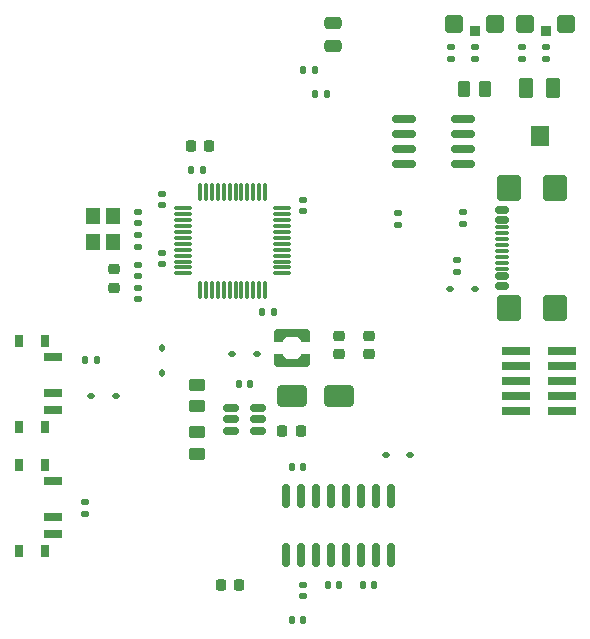
<source format=gbr>
%TF.GenerationSoftware,KiCad,Pcbnew,8.0.8*%
%TF.CreationDate,2025-04-04T12:34:17+02:00*%
%TF.ProjectId,reader_production,72656164-6572-45f7-9072-6f6475637469,rev?*%
%TF.SameCoordinates,Original*%
%TF.FileFunction,Paste,Top*%
%TF.FilePolarity,Positive*%
%FSLAX46Y46*%
G04 Gerber Fmt 4.6, Leading zero omitted, Abs format (unit mm)*
G04 Created by KiCad (PCBNEW 8.0.8) date 2025-04-04 12:34:17*
%MOMM*%
%LPD*%
G01*
G04 APERTURE LIST*
G04 Aperture macros list*
%AMRoundRect*
0 Rectangle with rounded corners*
0 $1 Rounding radius*
0 $2 $3 $4 $5 $6 $7 $8 $9 X,Y pos of 4 corners*
0 Add a 4 corners polygon primitive as box body*
4,1,4,$2,$3,$4,$5,$6,$7,$8,$9,$2,$3,0*
0 Add four circle primitives for the rounded corners*
1,1,$1+$1,$2,$3*
1,1,$1+$1,$4,$5*
1,1,$1+$1,$6,$7*
1,1,$1+$1,$8,$9*
0 Add four rect primitives between the rounded corners*
20,1,$1+$1,$2,$3,$4,$5,0*
20,1,$1+$1,$4,$5,$6,$7,0*
20,1,$1+$1,$6,$7,$8,$9,0*
20,1,$1+$1,$8,$9,$2,$3,0*%
%AMFreePoly0*
4,1,11,0.760000,0.825000,0.380000,0.510000,0.380000,-0.510000,0.760000,-0.825000,0.760000,-1.525000,-0.125000,-1.525000,-0.380000,-1.270000,-0.380000,1.270000,-0.125000,1.525000,0.760000,1.525000,0.760000,0.825000,0.760000,0.825000,$1*%
G04 Aperture macros list end*
%ADD10RoundRect,0.140000X-0.140000X-0.170000X0.140000X-0.170000X0.140000X0.170000X-0.140000X0.170000X0*%
%ADD11RoundRect,0.250000X-0.500000X-0.500000X0.500000X-0.500000X0.500000X0.500000X-0.500000X0.500000X0*%
%ADD12RoundRect,0.225000X-0.225000X-0.225000X0.225000X-0.225000X0.225000X0.225000X-0.225000X0.225000X0*%
%ADD13RoundRect,0.225000X-0.225000X-0.250000X0.225000X-0.250000X0.225000X0.250000X-0.225000X0.250000X0*%
%ADD14RoundRect,0.135000X0.185000X-0.135000X0.185000X0.135000X-0.185000X0.135000X-0.185000X-0.135000X0*%
%ADD15RoundRect,0.250000X-0.450000X0.262500X-0.450000X-0.262500X0.450000X-0.262500X0.450000X0.262500X0*%
%ADD16RoundRect,0.140000X0.170000X-0.140000X0.170000X0.140000X-0.170000X0.140000X-0.170000X-0.140000X0*%
%ADD17RoundRect,0.112500X-0.187500X-0.112500X0.187500X-0.112500X0.187500X0.112500X-0.187500X0.112500X0*%
%ADD18RoundRect,0.150000X0.425000X-0.150000X0.425000X0.150000X-0.425000X0.150000X-0.425000X-0.150000X0*%
%ADD19RoundRect,0.075000X0.500000X-0.075000X0.500000X0.075000X-0.500000X0.075000X-0.500000X-0.075000X0*%
%ADD20RoundRect,0.250000X0.750000X-0.840000X0.750000X0.840000X-0.750000X0.840000X-0.750000X-0.840000X0*%
%ADD21RoundRect,0.250000X0.475000X-0.250000X0.475000X0.250000X-0.475000X0.250000X-0.475000X-0.250000X0*%
%ADD22RoundRect,0.250000X-0.350000X-0.625000X0.350000X-0.625000X0.350000X0.625000X-0.350000X0.625000X0*%
%ADD23RoundRect,0.250000X-0.550000X-0.625000X0.550000X-0.625000X0.550000X0.625000X-0.550000X0.625000X0*%
%ADD24RoundRect,0.253000X-0.347000X-0.622000X0.347000X-0.622000X0.347000X0.622000X-0.347000X0.622000X0*%
%ADD25RoundRect,0.250000X0.450000X-0.262500X0.450000X0.262500X-0.450000X0.262500X-0.450000X-0.262500X0*%
%ADD26RoundRect,0.150000X0.825000X0.150000X-0.825000X0.150000X-0.825000X-0.150000X0.825000X-0.150000X0*%
%ADD27RoundRect,0.225000X0.225000X0.250000X-0.225000X0.250000X-0.225000X-0.250000X0.225000X-0.250000X0*%
%ADD28R,0.800000X1.000000*%
%ADD29R,1.500000X0.700000*%
%ADD30FreePoly0,90.000000*%
%ADD31FreePoly0,270.000000*%
%ADD32RoundRect,0.135000X-0.185000X0.135000X-0.185000X-0.135000X0.185000X-0.135000X0.185000X0.135000X0*%
%ADD33R,2.400000X0.740000*%
%ADD34RoundRect,0.140000X-0.170000X0.140000X-0.170000X-0.140000X0.170000X-0.140000X0.170000X0.140000X0*%
%ADD35RoundRect,0.135000X0.135000X0.185000X-0.135000X0.185000X-0.135000X-0.185000X0.135000X-0.185000X0*%
%ADD36RoundRect,0.250000X-0.262500X-0.450000X0.262500X-0.450000X0.262500X0.450000X-0.262500X0.450000X0*%
%ADD37RoundRect,0.225000X-0.250000X0.225000X-0.250000X-0.225000X0.250000X-0.225000X0.250000X0.225000X0*%
%ADD38RoundRect,0.140000X0.140000X0.170000X-0.140000X0.170000X-0.140000X-0.170000X0.140000X-0.170000X0*%
%ADD39R,1.200000X1.400000*%
%ADD40RoundRect,0.250000X-1.000000X-0.650000X1.000000X-0.650000X1.000000X0.650000X-1.000000X0.650000X0*%
%ADD41RoundRect,0.112500X0.112500X-0.187500X0.112500X0.187500X-0.112500X0.187500X-0.112500X-0.187500X0*%
%ADD42RoundRect,0.218750X-0.256250X0.218750X-0.256250X-0.218750X0.256250X-0.218750X0.256250X0.218750X0*%
%ADD43RoundRect,0.150000X0.150000X-0.825000X0.150000X0.825000X-0.150000X0.825000X-0.150000X-0.825000X0*%
%ADD44RoundRect,0.150000X-0.512500X-0.150000X0.512500X-0.150000X0.512500X0.150000X-0.512500X0.150000X0*%
%ADD45RoundRect,0.075000X-0.662500X-0.075000X0.662500X-0.075000X0.662500X0.075000X-0.662500X0.075000X0*%
%ADD46RoundRect,0.075000X-0.075000X-0.662500X0.075000X-0.662500X0.075000X0.662500X-0.075000X0.662500X0*%
G04 APERTURE END LIST*
D10*
%TO.C,C19*%
X157040000Y-67000000D03*
X158000000Y-67000000D03*
%TD*%
D11*
%TO.C,D8*%
X176750000Y-29500000D03*
X180250000Y-29500000D03*
D12*
X178500000Y-30150000D03*
%TD*%
D13*
%TO.C,C12*%
X156225000Y-64000000D03*
X157775000Y-64000000D03*
%TD*%
D14*
%TO.C,R7*%
X178500000Y-32510000D03*
X178500000Y-31490000D03*
%TD*%
D15*
%TO.C,R8*%
X149000000Y-60087500D03*
X149000000Y-61912500D03*
%TD*%
D16*
%TO.C,C7*%
X146000000Y-44850000D03*
X146000000Y-43890000D03*
%TD*%
D17*
%TO.C,D5*%
X164950000Y-66000000D03*
X167050000Y-66000000D03*
%TD*%
D18*
%TO.C,J4*%
X174820000Y-51700000D03*
X174820000Y-50900000D03*
D19*
X174820000Y-49750000D03*
X174820000Y-48750000D03*
X174820000Y-48250000D03*
X174820000Y-47250000D03*
D18*
X174820000Y-46100000D03*
X174820000Y-45300000D03*
X174820000Y-45300000D03*
X174820000Y-46100000D03*
D19*
X174820000Y-46750000D03*
X174820000Y-47750000D03*
X174820000Y-49250000D03*
X174820000Y-50250000D03*
D18*
X174820000Y-50900000D03*
X174820000Y-51700000D03*
D20*
X175395000Y-53610000D03*
X179325000Y-53610000D03*
X175395000Y-43390000D03*
X179325000Y-43390000D03*
%TD*%
D21*
%TO.C,C9*%
X160500000Y-31380000D03*
X160500000Y-29480000D03*
%TD*%
D22*
%TO.C,R2*%
X176850000Y-34975000D03*
D23*
X178000000Y-39025000D03*
D24*
X179150000Y-34975000D03*
%TD*%
D17*
%TO.C,D4*%
X170450000Y-52000000D03*
X172550000Y-52000000D03*
%TD*%
D25*
%TO.C,R9*%
X149000000Y-65912500D03*
X149000000Y-64087500D03*
%TD*%
D26*
%TO.C,U1*%
X171475000Y-41405000D03*
X171475000Y-40135000D03*
X171475000Y-38865000D03*
X171475000Y-37595000D03*
X166525000Y-37595000D03*
X166525000Y-38865000D03*
X166525000Y-40135000D03*
X166525000Y-41405000D03*
%TD*%
D27*
%TO.C,C23*%
X152550000Y-77000000D03*
X151000000Y-77000000D03*
%TD*%
D28*
%TO.C,Boot*%
X136110000Y-56350000D03*
X133900000Y-56350000D03*
X136110000Y-63650000D03*
X133900000Y-63650000D03*
D29*
X136760000Y-57750000D03*
X136760000Y-60750000D03*
X136760000Y-62250000D03*
%TD*%
D10*
%TO.C,C20*%
X160040000Y-77000000D03*
X161000000Y-77000000D03*
%TD*%
D30*
%TO.C,L1*%
X157000000Y-58270000D03*
D31*
X157000000Y-55730000D03*
%TD*%
D32*
%TO.C,R11*%
X166000000Y-45490000D03*
X166000000Y-46510000D03*
%TD*%
D14*
%TO.C,R12*%
X171000000Y-50510000D03*
X171000000Y-49490000D03*
%TD*%
D33*
%TO.C,SWD*%
X179900000Y-62270000D03*
X176000000Y-62270000D03*
X179900000Y-61000000D03*
X176000000Y-61000000D03*
X179900000Y-59730000D03*
X176000000Y-59730000D03*
X179900000Y-58460000D03*
X176000000Y-58460000D03*
X179900000Y-57190000D03*
X176000000Y-57190000D03*
%TD*%
D34*
%TO.C,C13*%
X144000000Y-51890000D03*
X144000000Y-52850000D03*
%TD*%
D35*
%TO.C,R10*%
X140510000Y-58000000D03*
X139490000Y-58000000D03*
%TD*%
D16*
%TO.C,C10*%
X146000000Y-49850000D03*
X146000000Y-48890000D03*
%TD*%
D14*
%TO.C,R5*%
X172500000Y-32500000D03*
X172500000Y-31480000D03*
%TD*%
D34*
%TO.C,C16*%
X139500000Y-70020000D03*
X139500000Y-70980000D03*
%TD*%
D36*
%TO.C,R1*%
X171587500Y-35000000D03*
X173412500Y-35000000D03*
%TD*%
D16*
%TO.C,C4*%
X144000000Y-48370000D03*
X144000000Y-47410000D03*
%TD*%
D13*
%TO.C,C2*%
X148450000Y-39890000D03*
X150000000Y-39890000D03*
%TD*%
D37*
%TO.C,C15*%
X163510000Y-55950000D03*
X163510000Y-57500000D03*
%TD*%
D17*
%TO.C,D6*%
X140000000Y-61000000D03*
X142100000Y-61000000D03*
%TD*%
D10*
%TO.C,C6*%
X148520000Y-41890000D03*
X149480000Y-41890000D03*
%TD*%
D16*
%TO.C,C1*%
X144000000Y-46370000D03*
X144000000Y-45410000D03*
%TD*%
D14*
%TO.C,R6*%
X176500000Y-32520000D03*
X176500000Y-31500000D03*
%TD*%
D38*
%TO.C,C3*%
X155480000Y-53890000D03*
X154520000Y-53890000D03*
%TD*%
D39*
%TO.C,Y1*%
X140150000Y-45790000D03*
X140150000Y-47990000D03*
X141850000Y-47990000D03*
X141850000Y-45790000D03*
%TD*%
D10*
%TO.C,C18*%
X157040000Y-80000000D03*
X158000000Y-80000000D03*
%TD*%
D32*
%TO.C,R13*%
X171500000Y-45480000D03*
X171500000Y-46500000D03*
%TD*%
D34*
%TO.C,C5*%
X158000000Y-44410000D03*
X158000000Y-45370000D03*
%TD*%
D17*
%TO.C,D3*%
X151950000Y-57500000D03*
X154050000Y-57500000D03*
%TD*%
D34*
%TO.C,C11*%
X144000000Y-49930000D03*
X144000000Y-50890000D03*
%TD*%
D40*
%TO.C,D2*%
X157000000Y-61000000D03*
X161000000Y-61000000D03*
%TD*%
D28*
%TO.C,Reset*%
X136110000Y-66850000D03*
X133900000Y-66850000D03*
X136110000Y-74150000D03*
X133900000Y-74150000D03*
D29*
X136760000Y-68250000D03*
X136760000Y-71250000D03*
X136760000Y-72750000D03*
%TD*%
D37*
%TO.C,C17*%
X161000000Y-55950000D03*
X161000000Y-57500000D03*
%TD*%
D10*
%TO.C,C14*%
X152520000Y-60000000D03*
X153480000Y-60000000D03*
%TD*%
D41*
%TO.C,D1*%
X146000000Y-59050000D03*
X146000000Y-56950000D03*
%TD*%
D10*
%TO.C,C22*%
X163040000Y-77000000D03*
X164000000Y-77000000D03*
%TD*%
D42*
%TO.C,FB1*%
X142000000Y-50315000D03*
X142000000Y-51890000D03*
%TD*%
D35*
%TO.C,R3*%
X159010000Y-33430000D03*
X157990000Y-33430000D03*
%TD*%
D43*
%TO.C,U4*%
X156555000Y-74475000D03*
X157825000Y-74475000D03*
X159095000Y-74475000D03*
X160365000Y-74475000D03*
X161635000Y-74475000D03*
X162905000Y-74475000D03*
X164175000Y-74475000D03*
X165445000Y-74475000D03*
X165445000Y-69525000D03*
X164175000Y-69525000D03*
X162905000Y-69525000D03*
X161635000Y-69525000D03*
X160365000Y-69525000D03*
X159095000Y-69525000D03*
X157825000Y-69525000D03*
X156555000Y-69525000D03*
%TD*%
D44*
%TO.C,U3*%
X151862500Y-62050000D03*
X151862500Y-63000000D03*
X151862500Y-63950000D03*
X154137500Y-63950000D03*
X154137500Y-63000000D03*
X154137500Y-62050000D03*
%TD*%
D45*
%TO.C,U2*%
X147837500Y-45140000D03*
X147837500Y-45640000D03*
X147837500Y-46140000D03*
X147837500Y-46640000D03*
X147837500Y-47140000D03*
X147837500Y-47640000D03*
X147837500Y-48140000D03*
X147837500Y-48640000D03*
X147837500Y-49140000D03*
X147837500Y-49640000D03*
X147837500Y-50140000D03*
X147837500Y-50640000D03*
D46*
X149250000Y-52052500D03*
X149750000Y-52052500D03*
X150250000Y-52052500D03*
X150750000Y-52052500D03*
X151250000Y-52052500D03*
X151750000Y-52052500D03*
X152250000Y-52052500D03*
X152750000Y-52052500D03*
X153250000Y-52052500D03*
X153750000Y-52052500D03*
X154250000Y-52052500D03*
X154750000Y-52052500D03*
D45*
X156162500Y-50640000D03*
X156162500Y-50140000D03*
X156162500Y-49640000D03*
X156162500Y-49140000D03*
X156162500Y-48640000D03*
X156162500Y-48140000D03*
X156162500Y-47640000D03*
X156162500Y-47140000D03*
X156162500Y-46640000D03*
X156162500Y-46140000D03*
X156162500Y-45640000D03*
X156162500Y-45140000D03*
D46*
X154750000Y-43727500D03*
X154250000Y-43727500D03*
X153750000Y-43727500D03*
X153250000Y-43727500D03*
X152750000Y-43727500D03*
X152250000Y-43727500D03*
X151750000Y-43727500D03*
X151250000Y-43727500D03*
X150750000Y-43727500D03*
X150250000Y-43727500D03*
X149750000Y-43727500D03*
X149250000Y-43727500D03*
%TD*%
D34*
%TO.C,C21*%
X158000000Y-77040000D03*
X158000000Y-78000000D03*
%TD*%
D14*
%TO.C,R4*%
X170500000Y-32510000D03*
X170500000Y-31490000D03*
%TD*%
D38*
%TO.C,C8*%
X159980000Y-35430000D03*
X159020000Y-35430000D03*
%TD*%
D11*
%TO.C,D7*%
X170750000Y-29500000D03*
X174250000Y-29500000D03*
D12*
X172500000Y-30150000D03*
%TD*%
M02*

</source>
